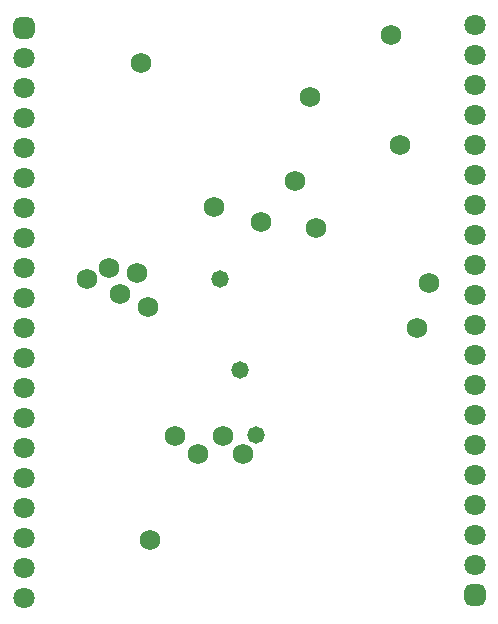
<source format=gbr>
G04*
G04 #@! TF.GenerationSoftware,Altium Limited,Altium Designer,24.3.1 (35)*
G04*
G04 Layer_Color=16711935*
%FSLAX25Y25*%
%MOIN*%
G70*
G04*
G04 #@! TF.SameCoordinates,2C43556E-CA56-414C-B847-F3BA9A1E951D*
G04*
G04*
G04 #@! TF.FilePolarity,Negative*
G04*
G01*
G75*
%ADD25C,0.07099*%
G04:AMPARAMS|DCode=26|XSize=70.99mil|YSize=70.99mil|CornerRadius=19.75mil|HoleSize=0mil|Usage=FLASHONLY|Rotation=90.000|XOffset=0mil|YOffset=0mil|HoleType=Round|Shape=RoundedRectangle|*
%AMROUNDEDRECTD26*
21,1,0.07099,0.03150,0,0,90.0*
21,1,0.03150,0.07099,0,0,90.0*
1,1,0.03950,0.01575,0.01575*
1,1,0.03950,0.01575,-0.01575*
1,1,0.03950,-0.01575,-0.01575*
1,1,0.03950,-0.01575,0.01575*
%
%ADD26ROUNDEDRECTD26*%
%ADD27C,0.06800*%
%ADD28C,0.05800*%
D25*
X447000Y408500D02*
D03*
Y368500D02*
D03*
Y338500D02*
D03*
Y328500D02*
D03*
Y318500D02*
D03*
Y298500D02*
D03*
Y288500D02*
D03*
Y268500D02*
D03*
Y248500D02*
D03*
Y238500D02*
D03*
Y258500D02*
D03*
Y278500D02*
D03*
Y308500D02*
D03*
Y348500D02*
D03*
Y358500D02*
D03*
Y378500D02*
D03*
Y388500D02*
D03*
Y398500D02*
D03*
Y418500D02*
D03*
X296500Y277500D02*
D03*
Y307500D02*
D03*
Y317500D02*
D03*
Y327500D02*
D03*
Y347500D02*
D03*
Y357500D02*
D03*
Y377500D02*
D03*
Y397500D02*
D03*
Y407500D02*
D03*
Y387500D02*
D03*
Y367500D02*
D03*
Y337500D02*
D03*
Y297500D02*
D03*
Y287500D02*
D03*
Y267500D02*
D03*
Y257500D02*
D03*
Y247500D02*
D03*
Y237500D02*
D03*
Y227500D02*
D03*
D26*
X447000Y228500D02*
D03*
X296500Y417500D02*
D03*
D27*
X387000Y366500D02*
D03*
X394000Y351000D02*
D03*
X375500Y353000D02*
D03*
X360000Y358000D02*
D03*
X419044Y415299D02*
D03*
X431500Y332500D02*
D03*
X334443Y336000D02*
D03*
X328750Y329053D02*
D03*
X338000Y324500D02*
D03*
X324943Y337557D02*
D03*
X335500Y406000D02*
D03*
X392000Y394500D02*
D03*
X369500Y275500D02*
D03*
X363000Y281500D02*
D03*
X354500Y275500D02*
D03*
X347000Y281500D02*
D03*
X338500Y247000D02*
D03*
X317500Y334000D02*
D03*
X422000Y378500D02*
D03*
X427500Y317500D02*
D03*
D28*
X374000Y282000D02*
D03*
X368733Y303767D02*
D03*
X362000Y334000D02*
D03*
M02*

</source>
